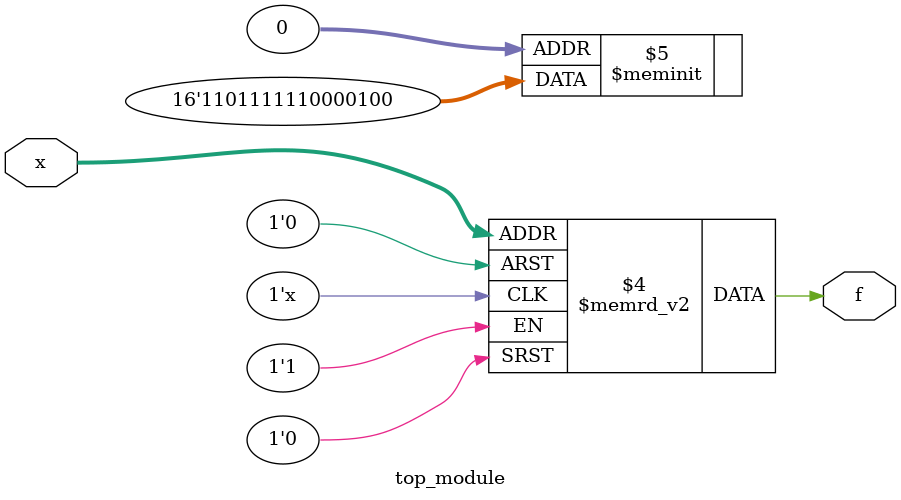
<source format=sv>
module top_module (
	input [4:1] x,
	output logic f
);

	always_comb begin
		case (x)
			4'b0001: f = 0;
			4'b0010: f = 1;
			4'b0100: f = 0;
			4'b0111: f = 1;
			4'b1000: f = 1;
			4'b1001: f = 1;
			4'b1010: f = 1;
			4'b1011: f = 1;
			4'b1100: f = 1;
			4'b1110: f = 1;
			4'b1111: f = 1;
			default: f = 0;  // For 'don't care' conditions and anything else
		endcase
	end

endmodule

</source>
